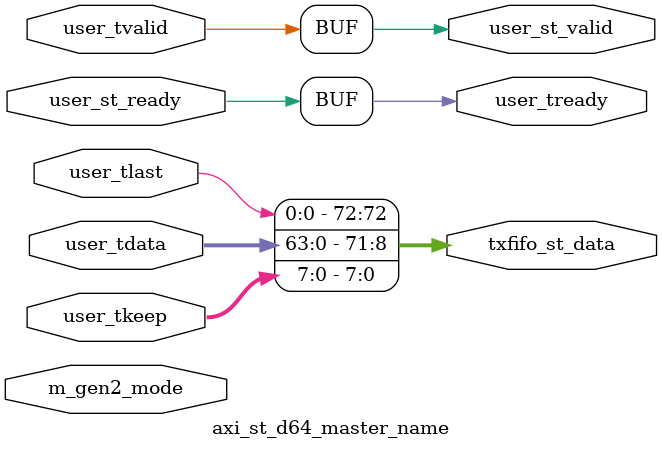
<source format=sv>

module axi_st_d64_master_name  (

  // st channel
  input  logic [   7:   0]   user_tkeep          ,
  input  logic [  63:   0]   user_tdata          ,
  input  logic               user_tlast          ,
  input  logic               user_tvalid         ,
  output logic               user_tready         ,

  // Logic Link Interfaces
  output logic               user_st_valid       ,
  output logic [  72:   0]   txfifo_st_data      ,
  input  logic               user_st_ready       ,

  input  logic               m_gen2_mode         

);

  // Connect Data

  assign user_st_valid                      = user_tvalid                        ;
  assign user_tready                        = user_st_ready                      ;
  assign txfifo_st_data       [   0 +:   8] = user_tkeep           [   0 +:   8] ;
  assign txfifo_st_data       [   8 +:  64] = user_tdata           [   0 +:  64] ;
  assign txfifo_st_data       [  72 +:   1] = user_tlast                         ;

endmodule

</source>
